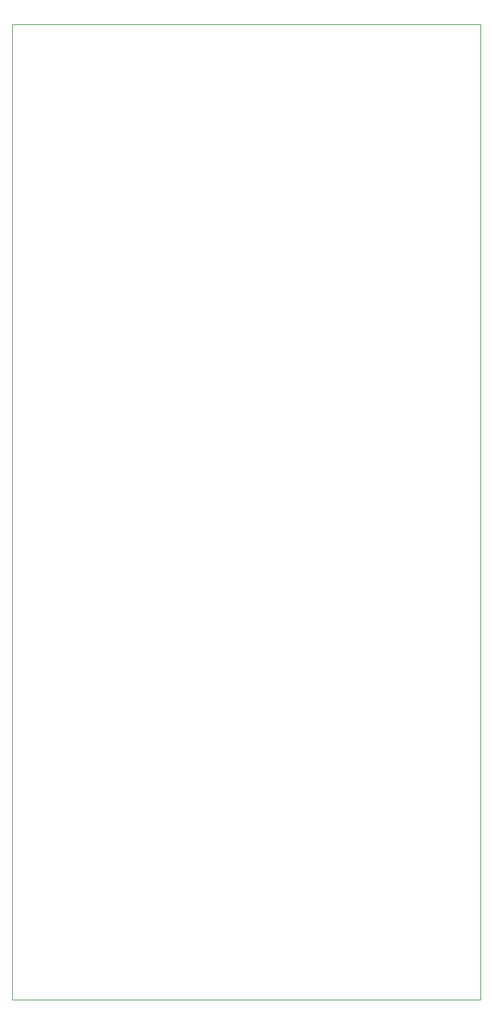
<source format=gbr>
G04 #@! TF.GenerationSoftware,KiCad,Pcbnew,8.0.5-8.0.5-0~ubuntu24.04.1*
G04 #@! TF.CreationDate,2024-10-26T16:25:55+03:00*
G04 #@! TF.ProjectId,esp32-main,65737033-322d-46d6-9169-6e2e6b696361,B*
G04 #@! TF.SameCoordinates,Original*
G04 #@! TF.FileFunction,Profile,NP*
%FSLAX46Y46*%
G04 Gerber Fmt 4.6, Leading zero omitted, Abs format (unit mm)*
G04 Created by KiCad (PCBNEW 8.0.5-8.0.5-0~ubuntu24.04.1) date 2024-10-26 16:25:55*
%MOMM*%
%LPD*%
G01*
G04 APERTURE LIST*
G04 #@! TA.AperFunction,Profile*
%ADD10C,0.050000*%
G04 #@! TD*
G04 APERTURE END LIST*
D10*
X109000000Y-27000000D02*
X171000000Y-27000000D01*
X171000000Y-156000000D01*
X109000000Y-156000000D01*
X109000000Y-27000000D01*
M02*

</source>
